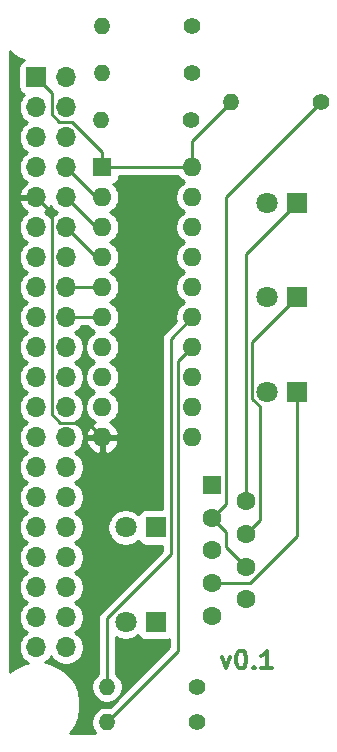
<source format=gtl>
%TF.GenerationSoftware,KiCad,Pcbnew,5.1.9+dfsg1-1*%
%TF.CreationDate,2021-05-30T15:35:39+01:00*%
%TF.ProjectId,sjspi,736a7370-692e-46b6-9963-61645f706362,v0.1*%
%TF.SameCoordinates,Original*%
%TF.FileFunction,Copper,L1,Top*%
%TF.FilePolarity,Positive*%
%FSLAX46Y46*%
G04 Gerber Fmt 4.6, Leading zero omitted, Abs format (unit mm)*
G04 Created by KiCad (PCBNEW 5.1.9+dfsg1-1) date 2021-05-30 15:35:39*
%MOMM*%
%LPD*%
G01*
G04 APERTURE LIST*
%TA.AperFunction,NonConductor*%
%ADD10C,0.300000*%
%TD*%
%TA.AperFunction,ComponentPad*%
%ADD11R,1.800000X1.800000*%
%TD*%
%TA.AperFunction,ComponentPad*%
%ADD12C,1.800000*%
%TD*%
%TA.AperFunction,ComponentPad*%
%ADD13R,1.700000X1.700000*%
%TD*%
%TA.AperFunction,ComponentPad*%
%ADD14O,1.700000X1.700000*%
%TD*%
%TA.AperFunction,ComponentPad*%
%ADD15R,1.600000X1.600000*%
%TD*%
%TA.AperFunction,ComponentPad*%
%ADD16C,1.600000*%
%TD*%
%TA.AperFunction,ComponentPad*%
%ADD17C,1.400000*%
%TD*%
%TA.AperFunction,ComponentPad*%
%ADD18O,1.400000X1.400000*%
%TD*%
%TA.AperFunction,ComponentPad*%
%ADD19O,1.600000X1.600000*%
%TD*%
%TA.AperFunction,Conductor*%
%ADD20C,0.254000*%
%TD*%
%TA.AperFunction,Conductor*%
%ADD21C,0.100000*%
%TD*%
G04 APERTURE END LIST*
D10*
X149107142Y-122428571D02*
X149464285Y-123428571D01*
X149821428Y-122428571D01*
X150678571Y-121928571D02*
X150821428Y-121928571D01*
X150964285Y-122000000D01*
X151035714Y-122071428D01*
X151107142Y-122214285D01*
X151178571Y-122500000D01*
X151178571Y-122857142D01*
X151107142Y-123142857D01*
X151035714Y-123285714D01*
X150964285Y-123357142D01*
X150821428Y-123428571D01*
X150678571Y-123428571D01*
X150535714Y-123357142D01*
X150464285Y-123285714D01*
X150392857Y-123142857D01*
X150321428Y-122857142D01*
X150321428Y-122500000D01*
X150392857Y-122214285D01*
X150464285Y-122071428D01*
X150535714Y-122000000D01*
X150678571Y-121928571D01*
X151821428Y-123285714D02*
X151892857Y-123357142D01*
X151821428Y-123428571D01*
X151750000Y-123357142D01*
X151821428Y-123285714D01*
X151821428Y-123428571D01*
X153321428Y-123428571D02*
X152464285Y-123428571D01*
X152892857Y-123428571D02*
X152892857Y-121928571D01*
X152750000Y-122142857D01*
X152607142Y-122285714D01*
X152464285Y-122357142D01*
D11*
%TO.P,D1,1*%
%TO.N,Net-(D1-Pad1)*%
X155500000Y-84000000D03*
D12*
%TO.P,D1,2*%
%TO.N,Net-(D1-Pad2)*%
X152960000Y-84000000D03*
%TD*%
%TO.P,D2,2*%
%TO.N,Net-(D2-Pad2)*%
X152960000Y-92000000D03*
D11*
%TO.P,D2,1*%
%TO.N,Net-(D2-Pad1)*%
X155500000Y-92000000D03*
%TD*%
%TO.P,D3,1*%
%TO.N,Net-(D3-Pad1)*%
X155500000Y-100000000D03*
D12*
%TO.P,D3,2*%
%TO.N,Net-(D3-Pad2)*%
X152960000Y-100000000D03*
%TD*%
%TO.P,D4,2*%
%TO.N,Net-(D4-Pad2)*%
X140960000Y-119500000D03*
D11*
%TO.P,D4,1*%
%TO.N,Net-(D4-Pad1)*%
X143500000Y-119500000D03*
%TD*%
%TO.P,D5,1*%
%TO.N,Net-(D5-Pad1)*%
X143500000Y-111500000D03*
D12*
%TO.P,D5,2*%
%TO.N,Net-(D5-Pad2)*%
X140960000Y-111500000D03*
%TD*%
D13*
%TO.P,J1,1*%
%TO.N,VCC*%
X133380000Y-73390000D03*
D14*
%TO.P,J1,2*%
%TO.N,Net-(J1-Pad2)*%
X135920000Y-73390000D03*
%TO.P,J1,3*%
%TO.N,Net-(J1-Pad3)*%
X133380000Y-75930000D03*
%TO.P,J1,4*%
%TO.N,Net-(J1-Pad4)*%
X135920000Y-75930000D03*
%TO.P,J1,5*%
%TO.N,Net-(J1-Pad5)*%
X133380000Y-78470000D03*
%TO.P,J1,6*%
%TO.N,Net-(J1-Pad6)*%
X135920000Y-78470000D03*
%TO.P,J1,7*%
%TO.N,Net-(J1-Pad7)*%
X133380000Y-81010000D03*
%TO.P,J1,8*%
%TO.N,Net-(J1-Pad8)*%
X135920000Y-81010000D03*
%TO.P,J1,9*%
%TO.N,GND*%
X133380000Y-83550000D03*
%TO.P,J1,10*%
%TO.N,Net-(J1-Pad10)*%
X135920000Y-83550000D03*
%TO.P,J1,11*%
%TO.N,Net-(J1-Pad11)*%
X133380000Y-86090000D03*
%TO.P,J1,12*%
%TO.N,Net-(J1-Pad12)*%
X135920000Y-86090000D03*
%TO.P,J1,13*%
%TO.N,Net-(J1-Pad13)*%
X133380000Y-88630000D03*
%TO.P,J1,14*%
%TO.N,Net-(J1-Pad14)*%
X135920000Y-88630000D03*
%TO.P,J1,15*%
%TO.N,Net-(J1-Pad15)*%
X133380000Y-91170000D03*
%TO.P,J1,16*%
%TO.N,Net-(J1-Pad16)*%
X135920000Y-91170000D03*
%TO.P,J1,17*%
%TO.N,Net-(J1-Pad17)*%
X133380000Y-93710000D03*
%TO.P,J1,18*%
%TO.N,Net-(J1-Pad18)*%
X135920000Y-93710000D03*
%TO.P,J1,19*%
%TO.N,Net-(J1-Pad19)*%
X133380000Y-96250000D03*
%TO.P,J1,20*%
%TO.N,Net-(J1-Pad20)*%
X135920000Y-96250000D03*
%TO.P,J1,21*%
%TO.N,Net-(J1-Pad21)*%
X133380000Y-98790000D03*
%TO.P,J1,22*%
%TO.N,Net-(J1-Pad22)*%
X135920000Y-98790000D03*
%TO.P,J1,23*%
%TO.N,Net-(J1-Pad23)*%
X133380000Y-101330000D03*
%TO.P,J1,24*%
%TO.N,Net-(J1-Pad24)*%
X135920000Y-101330000D03*
%TO.P,J1,25*%
%TO.N,Net-(J1-Pad25)*%
X133380000Y-103870000D03*
%TO.P,J1,26*%
%TO.N,Net-(J1-Pad26)*%
X135920000Y-103870000D03*
%TO.P,J1,27*%
%TO.N,Net-(J1-Pad27)*%
X133380000Y-106410000D03*
%TO.P,J1,28*%
%TO.N,Net-(J1-Pad28)*%
X135920000Y-106410000D03*
%TO.P,J1,29*%
%TO.N,Net-(J1-Pad29)*%
X133380000Y-108950000D03*
%TO.P,J1,30*%
%TO.N,Net-(J1-Pad30)*%
X135920000Y-108950000D03*
%TO.P,J1,31*%
%TO.N,Net-(J1-Pad31)*%
X133380000Y-111490000D03*
%TO.P,J1,32*%
%TO.N,Net-(J1-Pad32)*%
X135920000Y-111490000D03*
%TO.P,J1,33*%
%TO.N,Net-(J1-Pad33)*%
X133380000Y-114030000D03*
%TO.P,J1,34*%
%TO.N,Net-(J1-Pad34)*%
X135920000Y-114030000D03*
%TO.P,J1,35*%
%TO.N,Net-(J1-Pad35)*%
X133380000Y-116570000D03*
%TO.P,J1,36*%
%TO.N,Net-(J1-Pad36)*%
X135920000Y-116570000D03*
%TO.P,J1,37*%
%TO.N,Net-(J1-Pad37)*%
X133380000Y-119110000D03*
%TO.P,J1,38*%
%TO.N,Net-(J1-Pad38)*%
X135920000Y-119110000D03*
%TO.P,J1,39*%
%TO.N,Net-(J1-Pad39)*%
X133380000Y-121650000D03*
%TO.P,J1,40*%
%TO.N,Net-(J1-Pad40)*%
X135920000Y-121650000D03*
%TD*%
D15*
%TO.P,J2,1*%
%TO.N,Net-(J2-Pad1)*%
X148300000Y-107900000D03*
D16*
%TO.P,J2,2*%
%TO.N,Net-(J2-Pad2)*%
X148300000Y-110670000D03*
%TO.P,J2,3*%
%TO.N,Net-(J2-Pad3)*%
X148300000Y-113440000D03*
%TO.P,J2,4*%
%TO.N,Net-(D3-Pad1)*%
X148300000Y-116210000D03*
%TO.P,J2,5*%
%TO.N,Net-(D5-Pad1)*%
X148300000Y-118980000D03*
%TO.P,J2,6*%
%TO.N,Net-(D1-Pad1)*%
X151140000Y-109285000D03*
%TO.P,J2,7*%
%TO.N,Net-(D2-Pad1)*%
X151140000Y-112055000D03*
%TO.P,J2,8*%
%TO.N,Net-(J2-Pad2)*%
X151140000Y-114825000D03*
%TO.P,J2,9*%
%TO.N,Net-(D4-Pad1)*%
X151140000Y-117595000D03*
%TD*%
D17*
%TO.P,R1,1*%
%TO.N,Net-(D1-Pad2)*%
X146620000Y-69000000D03*
D18*
%TO.P,R1,2*%
%TO.N,Net-(R1-Pad2)*%
X139000000Y-69000000D03*
%TD*%
%TO.P,R2,2*%
%TO.N,Net-(R2-Pad2)*%
X139000000Y-73000000D03*
D17*
%TO.P,R2,1*%
%TO.N,Net-(D2-Pad2)*%
X146620000Y-73000000D03*
%TD*%
%TO.P,R3,1*%
%TO.N,Net-(D3-Pad2)*%
X146500000Y-77000000D03*
D18*
%TO.P,R3,2*%
%TO.N,Net-(R3-Pad2)*%
X138880000Y-77000000D03*
%TD*%
%TO.P,R4,2*%
%TO.N,Net-(R4-Pad2)*%
X139380000Y-125000000D03*
D17*
%TO.P,R4,1*%
%TO.N,Net-(D4-Pad2)*%
X147000000Y-125000000D03*
%TD*%
%TO.P,R5,1*%
%TO.N,Net-(D5-Pad2)*%
X147000000Y-128000000D03*
D18*
%TO.P,R5,2*%
%TO.N,Net-(R5-Pad2)*%
X139380000Y-128000000D03*
%TD*%
%TO.P,R6,2*%
%TO.N,VCC*%
X149880000Y-75500000D03*
D17*
%TO.P,R6,1*%
%TO.N,Net-(J2-Pad2)*%
X157500000Y-75500000D03*
%TD*%
D15*
%TO.P,U1,1*%
%TO.N,VCC*%
X139000000Y-81000000D03*
D19*
%TO.P,U1,11*%
%TO.N,Net-(U1-Pad11)*%
X146620000Y-103860000D03*
%TO.P,U1,2*%
%TO.N,Net-(J1-Pad8)*%
X139000000Y-83540000D03*
%TO.P,U1,12*%
%TO.N,Net-(U1-Pad12)*%
X146620000Y-101320000D03*
%TO.P,U1,3*%
%TO.N,Net-(J1-Pad10)*%
X139000000Y-86080000D03*
%TO.P,U1,13*%
%TO.N,Net-(U1-Pad13)*%
X146620000Y-98780000D03*
%TO.P,U1,4*%
%TO.N,Net-(J1-Pad12)*%
X139000000Y-88620000D03*
%TO.P,U1,14*%
%TO.N,Net-(R5-Pad2)*%
X146620000Y-96240000D03*
%TO.P,U1,5*%
%TO.N,Net-(J1-Pad16)*%
X139000000Y-91160000D03*
%TO.P,U1,15*%
%TO.N,Net-(R4-Pad2)*%
X146620000Y-93700000D03*
%TO.P,U1,6*%
%TO.N,Net-(J1-Pad18)*%
X139000000Y-93700000D03*
%TO.P,U1,16*%
%TO.N,Net-(R3-Pad2)*%
X146620000Y-91160000D03*
%TO.P,U1,7*%
%TO.N,Net-(U1-Pad7)*%
X139000000Y-96240000D03*
%TO.P,U1,17*%
%TO.N,Net-(R2-Pad2)*%
X146620000Y-88620000D03*
%TO.P,U1,8*%
%TO.N,Net-(U1-Pad8)*%
X139000000Y-98780000D03*
%TO.P,U1,18*%
%TO.N,Net-(R1-Pad2)*%
X146620000Y-86080000D03*
%TO.P,U1,9*%
%TO.N,Net-(U1-Pad9)*%
X139000000Y-101320000D03*
%TO.P,U1,19*%
%TO.N,Net-(U1-Pad19)*%
X146620000Y-83540000D03*
%TO.P,U1,10*%
%TO.N,GND*%
X139000000Y-103860000D03*
%TO.P,U1,20*%
%TO.N,VCC*%
X146620000Y-81000000D03*
%TD*%
D20*
%TO.N,Net-(D1-Pad1)*%
X151140000Y-88360000D02*
X155500000Y-84000000D01*
X151140000Y-109285000D02*
X151140000Y-88360000D01*
%TO.N,Net-(D2-Pad1)*%
X151678999Y-95821001D02*
X155500000Y-92000000D01*
X151678999Y-100614881D02*
X151678999Y-95821001D01*
X152321001Y-101256883D02*
X151678999Y-100614881D01*
X152321001Y-110873999D02*
X152321001Y-101256883D01*
X151140000Y-112055000D02*
X152321001Y-110873999D01*
%TO.N,Net-(D3-Pad1)*%
X155500000Y-112212882D02*
X155500000Y-100000000D01*
X151502882Y-116210000D02*
X155500000Y-112212882D01*
X148300000Y-116210000D02*
X151502882Y-116210000D01*
%TO.N,VCC*%
X139000000Y-79728118D02*
X139000000Y-81000000D01*
X135329119Y-77161001D02*
X136432883Y-77161001D01*
X134688999Y-76520881D02*
X135329119Y-77161001D01*
X134688999Y-74698999D02*
X134688999Y-76520881D01*
X136432883Y-77161001D02*
X139000000Y-79728118D01*
X133380000Y-73390000D02*
X134688999Y-74698999D01*
X139000000Y-81000000D02*
X146620000Y-81000000D01*
X146620000Y-78760000D02*
X149880000Y-75500000D01*
X146620000Y-81000000D02*
X146620000Y-78760000D01*
%TO.N,Net-(J1-Pad8)*%
X138450000Y-83540000D02*
X139000000Y-83540000D01*
X135920000Y-81010000D02*
X138450000Y-83540000D01*
%TO.N,GND*%
X137778999Y-102638999D02*
X139000000Y-103860000D01*
X135407117Y-102638999D02*
X137778999Y-102638999D01*
X134688999Y-101920881D02*
X135407117Y-102638999D01*
X134688999Y-84858999D02*
X134688999Y-101920881D01*
X133380000Y-83550000D02*
X134688999Y-84858999D01*
%TO.N,Net-(J1-Pad10)*%
X138450000Y-86080000D02*
X139000000Y-86080000D01*
X135920000Y-83550000D02*
X138450000Y-86080000D01*
%TO.N,Net-(J1-Pad12)*%
X138450000Y-88620000D02*
X139000000Y-88620000D01*
X135920000Y-86090000D02*
X138450000Y-88620000D01*
%TO.N,Net-(J1-Pad16)*%
X138990000Y-91170000D02*
X139000000Y-91160000D01*
X135920000Y-91170000D02*
X138990000Y-91170000D01*
%TO.N,Net-(J1-Pad18)*%
X138990000Y-93710000D02*
X139000000Y-93700000D01*
X135920000Y-93710000D02*
X138990000Y-93710000D01*
%TO.N,Net-(J2-Pad2)*%
X149481001Y-83518999D02*
X157500000Y-75500000D01*
X149481001Y-109488999D02*
X149481001Y-83518999D01*
X148300000Y-110670000D02*
X149481001Y-109488999D01*
X149481001Y-113166001D02*
X151140000Y-114825000D01*
X149481001Y-111851001D02*
X149481001Y-113166001D01*
X148300000Y-110670000D02*
X149481001Y-111851001D01*
%TO.N,Net-(R4-Pad2)*%
X139380000Y-119184118D02*
X139380000Y-125000000D01*
X144781001Y-113783117D02*
X139380000Y-119184118D01*
X144781001Y-95538999D02*
X144781001Y-113783117D01*
X146620000Y-93700000D02*
X144781001Y-95538999D01*
%TO.N,Net-(R5-Pad2)*%
X145438999Y-121941001D02*
X139380000Y-128000000D01*
X145438999Y-97421001D02*
X145438999Y-121941001D01*
X146620000Y-96240000D02*
X145438999Y-97421001D01*
%TD*%
%TO.N,GND*%
X145505363Y-81914759D02*
X145705241Y-82114637D01*
X145937759Y-82270000D01*
X145705241Y-82425363D01*
X145505363Y-82625241D01*
X145348320Y-82860273D01*
X145240147Y-83121426D01*
X145185000Y-83398665D01*
X145185000Y-83681335D01*
X145240147Y-83958574D01*
X145348320Y-84219727D01*
X145505363Y-84454759D01*
X145705241Y-84654637D01*
X145937759Y-84810000D01*
X145705241Y-84965363D01*
X145505363Y-85165241D01*
X145348320Y-85400273D01*
X145240147Y-85661426D01*
X145185000Y-85938665D01*
X145185000Y-86221335D01*
X145240147Y-86498574D01*
X145348320Y-86759727D01*
X145505363Y-86994759D01*
X145705241Y-87194637D01*
X145937759Y-87350000D01*
X145705241Y-87505363D01*
X145505363Y-87705241D01*
X145348320Y-87940273D01*
X145240147Y-88201426D01*
X145185000Y-88478665D01*
X145185000Y-88761335D01*
X145240147Y-89038574D01*
X145348320Y-89299727D01*
X145505363Y-89534759D01*
X145705241Y-89734637D01*
X145937759Y-89890000D01*
X145705241Y-90045363D01*
X145505363Y-90245241D01*
X145348320Y-90480273D01*
X145240147Y-90741426D01*
X145185000Y-91018665D01*
X145185000Y-91301335D01*
X145240147Y-91578574D01*
X145348320Y-91839727D01*
X145505363Y-92074759D01*
X145705241Y-92274637D01*
X145937759Y-92430000D01*
X145705241Y-92585363D01*
X145505363Y-92785241D01*
X145348320Y-93020273D01*
X145240147Y-93281426D01*
X145185000Y-93558665D01*
X145185000Y-93841335D01*
X145220843Y-94021527D01*
X144268655Y-94973715D01*
X144239579Y-94997577D01*
X144192195Y-95055315D01*
X144144356Y-95113607D01*
X144106540Y-95184356D01*
X144073599Y-95245985D01*
X144030027Y-95389622D01*
X144021686Y-95474314D01*
X144015315Y-95538999D01*
X144019001Y-95576422D01*
X144019002Y-109961928D01*
X142600000Y-109961928D01*
X142475518Y-109974188D01*
X142355820Y-110010498D01*
X142245506Y-110069463D01*
X142148815Y-110148815D01*
X142069463Y-110245506D01*
X142010498Y-110355820D01*
X142004944Y-110374127D01*
X141938505Y-110307688D01*
X141687095Y-110139701D01*
X141407743Y-110023989D01*
X141111184Y-109965000D01*
X140808816Y-109965000D01*
X140512257Y-110023989D01*
X140232905Y-110139701D01*
X139981495Y-110307688D01*
X139767688Y-110521495D01*
X139599701Y-110772905D01*
X139483989Y-111052257D01*
X139425000Y-111348816D01*
X139425000Y-111651184D01*
X139483989Y-111947743D01*
X139599701Y-112227095D01*
X139767688Y-112478505D01*
X139981495Y-112692312D01*
X140232905Y-112860299D01*
X140512257Y-112976011D01*
X140808816Y-113035000D01*
X141111184Y-113035000D01*
X141407743Y-112976011D01*
X141687095Y-112860299D01*
X141938505Y-112692312D01*
X142004944Y-112625873D01*
X142010498Y-112644180D01*
X142069463Y-112754494D01*
X142148815Y-112851185D01*
X142245506Y-112930537D01*
X142355820Y-112989502D01*
X142475518Y-113025812D01*
X142600000Y-113038072D01*
X144019002Y-113038072D01*
X144019002Y-113467485D01*
X138867654Y-118618834D01*
X138838578Y-118642696D01*
X138783642Y-118709637D01*
X138743355Y-118758726D01*
X138705535Y-118829483D01*
X138672598Y-118891104D01*
X138629026Y-119034741D01*
X138618000Y-119146692D01*
X138614314Y-119184118D01*
X138618000Y-119221541D01*
X138618001Y-123903561D01*
X138528987Y-123963038D01*
X138343038Y-124148987D01*
X138196939Y-124367641D01*
X138096304Y-124610595D01*
X138045000Y-124868514D01*
X138045000Y-125131486D01*
X138096304Y-125389405D01*
X138196939Y-125632359D01*
X138343038Y-125851013D01*
X138528987Y-126036962D01*
X138747641Y-126183061D01*
X138990595Y-126283696D01*
X139248514Y-126335000D01*
X139511486Y-126335000D01*
X139769405Y-126283696D01*
X140012359Y-126183061D01*
X140231013Y-126036962D01*
X140416962Y-125851013D01*
X140563061Y-125632359D01*
X140663696Y-125389405D01*
X140715000Y-125131486D01*
X140715000Y-124868514D01*
X140663696Y-124610595D01*
X140563061Y-124367641D01*
X140416962Y-124148987D01*
X140231013Y-123963038D01*
X140142000Y-123903562D01*
X140142000Y-120799558D01*
X140232905Y-120860299D01*
X140512257Y-120976011D01*
X140808816Y-121035000D01*
X141111184Y-121035000D01*
X141407743Y-120976011D01*
X141687095Y-120860299D01*
X141938505Y-120692312D01*
X142004944Y-120625873D01*
X142010498Y-120644180D01*
X142069463Y-120754494D01*
X142148815Y-120851185D01*
X142245506Y-120930537D01*
X142355820Y-120989502D01*
X142475518Y-121025812D01*
X142600000Y-121038072D01*
X144400000Y-121038072D01*
X144524482Y-121025812D01*
X144644180Y-120989502D01*
X144677000Y-120971959D01*
X144677000Y-121625370D01*
X139616484Y-126685886D01*
X139511486Y-126665000D01*
X139248514Y-126665000D01*
X138990595Y-126716304D01*
X138747641Y-126816939D01*
X138528987Y-126963038D01*
X138343038Y-127148987D01*
X138196939Y-127367641D01*
X138096304Y-127610595D01*
X138045000Y-127868514D01*
X138045000Y-128131486D01*
X138096304Y-128389405D01*
X138196939Y-128632359D01*
X138343038Y-128851013D01*
X138357025Y-128865000D01*
X136279060Y-128865000D01*
X136325353Y-128818707D01*
X136723422Y-128222955D01*
X136997617Y-127560990D01*
X137137400Y-126858253D01*
X137137400Y-126141747D01*
X136997617Y-125439010D01*
X136723422Y-124777045D01*
X136325353Y-124181293D01*
X135818707Y-123674647D01*
X135222955Y-123276578D01*
X134560990Y-123002383D01*
X134150997Y-122920830D01*
X134326632Y-122803475D01*
X134533475Y-122596632D01*
X134650000Y-122422240D01*
X134766525Y-122596632D01*
X134973368Y-122803475D01*
X135216589Y-122965990D01*
X135486842Y-123077932D01*
X135773740Y-123135000D01*
X136066260Y-123135000D01*
X136353158Y-123077932D01*
X136623411Y-122965990D01*
X136866632Y-122803475D01*
X137073475Y-122596632D01*
X137235990Y-122353411D01*
X137347932Y-122083158D01*
X137405000Y-121796260D01*
X137405000Y-121503740D01*
X137347932Y-121216842D01*
X137235990Y-120946589D01*
X137073475Y-120703368D01*
X136866632Y-120496525D01*
X136692240Y-120380000D01*
X136866632Y-120263475D01*
X137073475Y-120056632D01*
X137235990Y-119813411D01*
X137347932Y-119543158D01*
X137405000Y-119256260D01*
X137405000Y-118963740D01*
X137347932Y-118676842D01*
X137235990Y-118406589D01*
X137073475Y-118163368D01*
X136866632Y-117956525D01*
X136692240Y-117840000D01*
X136866632Y-117723475D01*
X137073475Y-117516632D01*
X137235990Y-117273411D01*
X137347932Y-117003158D01*
X137405000Y-116716260D01*
X137405000Y-116423740D01*
X137347932Y-116136842D01*
X137235990Y-115866589D01*
X137073475Y-115623368D01*
X136866632Y-115416525D01*
X136692240Y-115300000D01*
X136866632Y-115183475D01*
X137073475Y-114976632D01*
X137235990Y-114733411D01*
X137347932Y-114463158D01*
X137405000Y-114176260D01*
X137405000Y-113883740D01*
X137347932Y-113596842D01*
X137235990Y-113326589D01*
X137073475Y-113083368D01*
X136866632Y-112876525D01*
X136692240Y-112760000D01*
X136866632Y-112643475D01*
X137073475Y-112436632D01*
X137235990Y-112193411D01*
X137347932Y-111923158D01*
X137405000Y-111636260D01*
X137405000Y-111343740D01*
X137347932Y-111056842D01*
X137235990Y-110786589D01*
X137073475Y-110543368D01*
X136866632Y-110336525D01*
X136692240Y-110220000D01*
X136866632Y-110103475D01*
X137073475Y-109896632D01*
X137235990Y-109653411D01*
X137347932Y-109383158D01*
X137405000Y-109096260D01*
X137405000Y-108803740D01*
X137347932Y-108516842D01*
X137235990Y-108246589D01*
X137073475Y-108003368D01*
X136866632Y-107796525D01*
X136692240Y-107680000D01*
X136866632Y-107563475D01*
X137073475Y-107356632D01*
X137235990Y-107113411D01*
X137347932Y-106843158D01*
X137405000Y-106556260D01*
X137405000Y-106263740D01*
X137347932Y-105976842D01*
X137235990Y-105706589D01*
X137073475Y-105463368D01*
X136866632Y-105256525D01*
X136692240Y-105140000D01*
X136866632Y-105023475D01*
X137073475Y-104816632D01*
X137235990Y-104573411D01*
X137347932Y-104303158D01*
X137366653Y-104209039D01*
X137608096Y-104209039D01*
X137648754Y-104343087D01*
X137768963Y-104597420D01*
X137936481Y-104823414D01*
X138144869Y-105012385D01*
X138386119Y-105157070D01*
X138650960Y-105251909D01*
X138873000Y-105130624D01*
X138873000Y-103987000D01*
X139127000Y-103987000D01*
X139127000Y-105130624D01*
X139349040Y-105251909D01*
X139613881Y-105157070D01*
X139855131Y-105012385D01*
X140063519Y-104823414D01*
X140231037Y-104597420D01*
X140351246Y-104343087D01*
X140391904Y-104209039D01*
X140269915Y-103987000D01*
X139127000Y-103987000D01*
X138873000Y-103987000D01*
X137730085Y-103987000D01*
X137608096Y-104209039D01*
X137366653Y-104209039D01*
X137405000Y-104016260D01*
X137405000Y-103723740D01*
X137347932Y-103436842D01*
X137235990Y-103166589D01*
X137073475Y-102923368D01*
X136866632Y-102716525D01*
X136692240Y-102600000D01*
X136866632Y-102483475D01*
X137073475Y-102276632D01*
X137235990Y-102033411D01*
X137347932Y-101763158D01*
X137405000Y-101476260D01*
X137405000Y-101183740D01*
X137347932Y-100896842D01*
X137235990Y-100626589D01*
X137073475Y-100383368D01*
X136866632Y-100176525D01*
X136692240Y-100060000D01*
X136866632Y-99943475D01*
X137073475Y-99736632D01*
X137235990Y-99493411D01*
X137347932Y-99223158D01*
X137405000Y-98936260D01*
X137405000Y-98643740D01*
X137347932Y-98356842D01*
X137235990Y-98086589D01*
X137073475Y-97843368D01*
X136866632Y-97636525D01*
X136692240Y-97520000D01*
X136866632Y-97403475D01*
X137073475Y-97196632D01*
X137235990Y-96953411D01*
X137347932Y-96683158D01*
X137405000Y-96396260D01*
X137405000Y-96103740D01*
X137347932Y-95816842D01*
X137235990Y-95546589D01*
X137073475Y-95303368D01*
X136866632Y-95096525D01*
X136692240Y-94980000D01*
X136866632Y-94863475D01*
X137073475Y-94656632D01*
X137196842Y-94472000D01*
X137789975Y-94472000D01*
X137885363Y-94614759D01*
X138085241Y-94814637D01*
X138317759Y-94970000D01*
X138085241Y-95125363D01*
X137885363Y-95325241D01*
X137728320Y-95560273D01*
X137620147Y-95821426D01*
X137565000Y-96098665D01*
X137565000Y-96381335D01*
X137620147Y-96658574D01*
X137728320Y-96919727D01*
X137885363Y-97154759D01*
X138085241Y-97354637D01*
X138317759Y-97510000D01*
X138085241Y-97665363D01*
X137885363Y-97865241D01*
X137728320Y-98100273D01*
X137620147Y-98361426D01*
X137565000Y-98638665D01*
X137565000Y-98921335D01*
X137620147Y-99198574D01*
X137728320Y-99459727D01*
X137885363Y-99694759D01*
X138085241Y-99894637D01*
X138317759Y-100050000D01*
X138085241Y-100205363D01*
X137885363Y-100405241D01*
X137728320Y-100640273D01*
X137620147Y-100901426D01*
X137565000Y-101178665D01*
X137565000Y-101461335D01*
X137620147Y-101738574D01*
X137728320Y-101999727D01*
X137885363Y-102234759D01*
X138085241Y-102434637D01*
X138320273Y-102591680D01*
X138330865Y-102596067D01*
X138144869Y-102707615D01*
X137936481Y-102896586D01*
X137768963Y-103122580D01*
X137648754Y-103376913D01*
X137608096Y-103510961D01*
X137730085Y-103733000D01*
X138873000Y-103733000D01*
X138873000Y-103713000D01*
X139127000Y-103713000D01*
X139127000Y-103733000D01*
X140269915Y-103733000D01*
X140391904Y-103510961D01*
X140351246Y-103376913D01*
X140231037Y-103122580D01*
X140063519Y-102896586D01*
X139855131Y-102707615D01*
X139669135Y-102596067D01*
X139679727Y-102591680D01*
X139914759Y-102434637D01*
X140114637Y-102234759D01*
X140271680Y-101999727D01*
X140379853Y-101738574D01*
X140435000Y-101461335D01*
X140435000Y-101178665D01*
X140379853Y-100901426D01*
X140271680Y-100640273D01*
X140114637Y-100405241D01*
X139914759Y-100205363D01*
X139682241Y-100050000D01*
X139914759Y-99894637D01*
X140114637Y-99694759D01*
X140271680Y-99459727D01*
X140379853Y-99198574D01*
X140435000Y-98921335D01*
X140435000Y-98638665D01*
X140379853Y-98361426D01*
X140271680Y-98100273D01*
X140114637Y-97865241D01*
X139914759Y-97665363D01*
X139682241Y-97510000D01*
X139914759Y-97354637D01*
X140114637Y-97154759D01*
X140271680Y-96919727D01*
X140379853Y-96658574D01*
X140435000Y-96381335D01*
X140435000Y-96098665D01*
X140379853Y-95821426D01*
X140271680Y-95560273D01*
X140114637Y-95325241D01*
X139914759Y-95125363D01*
X139682241Y-94970000D01*
X139914759Y-94814637D01*
X140114637Y-94614759D01*
X140271680Y-94379727D01*
X140379853Y-94118574D01*
X140435000Y-93841335D01*
X140435000Y-93558665D01*
X140379853Y-93281426D01*
X140271680Y-93020273D01*
X140114637Y-92785241D01*
X139914759Y-92585363D01*
X139682241Y-92430000D01*
X139914759Y-92274637D01*
X140114637Y-92074759D01*
X140271680Y-91839727D01*
X140379853Y-91578574D01*
X140435000Y-91301335D01*
X140435000Y-91018665D01*
X140379853Y-90741426D01*
X140271680Y-90480273D01*
X140114637Y-90245241D01*
X139914759Y-90045363D01*
X139682241Y-89890000D01*
X139914759Y-89734637D01*
X140114637Y-89534759D01*
X140271680Y-89299727D01*
X140379853Y-89038574D01*
X140435000Y-88761335D01*
X140435000Y-88478665D01*
X140379853Y-88201426D01*
X140271680Y-87940273D01*
X140114637Y-87705241D01*
X139914759Y-87505363D01*
X139682241Y-87350000D01*
X139914759Y-87194637D01*
X140114637Y-86994759D01*
X140271680Y-86759727D01*
X140379853Y-86498574D01*
X140435000Y-86221335D01*
X140435000Y-85938665D01*
X140379853Y-85661426D01*
X140271680Y-85400273D01*
X140114637Y-85165241D01*
X139914759Y-84965363D01*
X139682241Y-84810000D01*
X139914759Y-84654637D01*
X140114637Y-84454759D01*
X140271680Y-84219727D01*
X140379853Y-83958574D01*
X140435000Y-83681335D01*
X140435000Y-83398665D01*
X140379853Y-83121426D01*
X140271680Y-82860273D01*
X140114637Y-82625241D01*
X139916039Y-82426643D01*
X139924482Y-82425812D01*
X140044180Y-82389502D01*
X140154494Y-82330537D01*
X140251185Y-82251185D01*
X140330537Y-82154494D01*
X140389502Y-82044180D01*
X140425812Y-81924482D01*
X140438072Y-81800000D01*
X140438072Y-81762000D01*
X145403293Y-81762000D01*
X145505363Y-81914759D01*
%TA.AperFunction,Conductor*%
D21*
G36*
X145505363Y-81914759D02*
G01*
X145705241Y-82114637D01*
X145937759Y-82270000D01*
X145705241Y-82425363D01*
X145505363Y-82625241D01*
X145348320Y-82860273D01*
X145240147Y-83121426D01*
X145185000Y-83398665D01*
X145185000Y-83681335D01*
X145240147Y-83958574D01*
X145348320Y-84219727D01*
X145505363Y-84454759D01*
X145705241Y-84654637D01*
X145937759Y-84810000D01*
X145705241Y-84965363D01*
X145505363Y-85165241D01*
X145348320Y-85400273D01*
X145240147Y-85661426D01*
X145185000Y-85938665D01*
X145185000Y-86221335D01*
X145240147Y-86498574D01*
X145348320Y-86759727D01*
X145505363Y-86994759D01*
X145705241Y-87194637D01*
X145937759Y-87350000D01*
X145705241Y-87505363D01*
X145505363Y-87705241D01*
X145348320Y-87940273D01*
X145240147Y-88201426D01*
X145185000Y-88478665D01*
X145185000Y-88761335D01*
X145240147Y-89038574D01*
X145348320Y-89299727D01*
X145505363Y-89534759D01*
X145705241Y-89734637D01*
X145937759Y-89890000D01*
X145705241Y-90045363D01*
X145505363Y-90245241D01*
X145348320Y-90480273D01*
X145240147Y-90741426D01*
X145185000Y-91018665D01*
X145185000Y-91301335D01*
X145240147Y-91578574D01*
X145348320Y-91839727D01*
X145505363Y-92074759D01*
X145705241Y-92274637D01*
X145937759Y-92430000D01*
X145705241Y-92585363D01*
X145505363Y-92785241D01*
X145348320Y-93020273D01*
X145240147Y-93281426D01*
X145185000Y-93558665D01*
X145185000Y-93841335D01*
X145220843Y-94021527D01*
X144268655Y-94973715D01*
X144239579Y-94997577D01*
X144192195Y-95055315D01*
X144144356Y-95113607D01*
X144106540Y-95184356D01*
X144073599Y-95245985D01*
X144030027Y-95389622D01*
X144021686Y-95474314D01*
X144015315Y-95538999D01*
X144019001Y-95576422D01*
X144019002Y-109961928D01*
X142600000Y-109961928D01*
X142475518Y-109974188D01*
X142355820Y-110010498D01*
X142245506Y-110069463D01*
X142148815Y-110148815D01*
X142069463Y-110245506D01*
X142010498Y-110355820D01*
X142004944Y-110374127D01*
X141938505Y-110307688D01*
X141687095Y-110139701D01*
X141407743Y-110023989D01*
X141111184Y-109965000D01*
X140808816Y-109965000D01*
X140512257Y-110023989D01*
X140232905Y-110139701D01*
X139981495Y-110307688D01*
X139767688Y-110521495D01*
X139599701Y-110772905D01*
X139483989Y-111052257D01*
X139425000Y-111348816D01*
X139425000Y-111651184D01*
X139483989Y-111947743D01*
X139599701Y-112227095D01*
X139767688Y-112478505D01*
X139981495Y-112692312D01*
X140232905Y-112860299D01*
X140512257Y-112976011D01*
X140808816Y-113035000D01*
X141111184Y-113035000D01*
X141407743Y-112976011D01*
X141687095Y-112860299D01*
X141938505Y-112692312D01*
X142004944Y-112625873D01*
X142010498Y-112644180D01*
X142069463Y-112754494D01*
X142148815Y-112851185D01*
X142245506Y-112930537D01*
X142355820Y-112989502D01*
X142475518Y-113025812D01*
X142600000Y-113038072D01*
X144019002Y-113038072D01*
X144019002Y-113467485D01*
X138867654Y-118618834D01*
X138838578Y-118642696D01*
X138783642Y-118709637D01*
X138743355Y-118758726D01*
X138705535Y-118829483D01*
X138672598Y-118891104D01*
X138629026Y-119034741D01*
X138618000Y-119146692D01*
X138614314Y-119184118D01*
X138618000Y-119221541D01*
X138618001Y-123903561D01*
X138528987Y-123963038D01*
X138343038Y-124148987D01*
X138196939Y-124367641D01*
X138096304Y-124610595D01*
X138045000Y-124868514D01*
X138045000Y-125131486D01*
X138096304Y-125389405D01*
X138196939Y-125632359D01*
X138343038Y-125851013D01*
X138528987Y-126036962D01*
X138747641Y-126183061D01*
X138990595Y-126283696D01*
X139248514Y-126335000D01*
X139511486Y-126335000D01*
X139769405Y-126283696D01*
X140012359Y-126183061D01*
X140231013Y-126036962D01*
X140416962Y-125851013D01*
X140563061Y-125632359D01*
X140663696Y-125389405D01*
X140715000Y-125131486D01*
X140715000Y-124868514D01*
X140663696Y-124610595D01*
X140563061Y-124367641D01*
X140416962Y-124148987D01*
X140231013Y-123963038D01*
X140142000Y-123903562D01*
X140142000Y-120799558D01*
X140232905Y-120860299D01*
X140512257Y-120976011D01*
X140808816Y-121035000D01*
X141111184Y-121035000D01*
X141407743Y-120976011D01*
X141687095Y-120860299D01*
X141938505Y-120692312D01*
X142004944Y-120625873D01*
X142010498Y-120644180D01*
X142069463Y-120754494D01*
X142148815Y-120851185D01*
X142245506Y-120930537D01*
X142355820Y-120989502D01*
X142475518Y-121025812D01*
X142600000Y-121038072D01*
X144400000Y-121038072D01*
X144524482Y-121025812D01*
X144644180Y-120989502D01*
X144677000Y-120971959D01*
X144677000Y-121625370D01*
X139616484Y-126685886D01*
X139511486Y-126665000D01*
X139248514Y-126665000D01*
X138990595Y-126716304D01*
X138747641Y-126816939D01*
X138528987Y-126963038D01*
X138343038Y-127148987D01*
X138196939Y-127367641D01*
X138096304Y-127610595D01*
X138045000Y-127868514D01*
X138045000Y-128131486D01*
X138096304Y-128389405D01*
X138196939Y-128632359D01*
X138343038Y-128851013D01*
X138357025Y-128865000D01*
X136279060Y-128865000D01*
X136325353Y-128818707D01*
X136723422Y-128222955D01*
X136997617Y-127560990D01*
X137137400Y-126858253D01*
X137137400Y-126141747D01*
X136997617Y-125439010D01*
X136723422Y-124777045D01*
X136325353Y-124181293D01*
X135818707Y-123674647D01*
X135222955Y-123276578D01*
X134560990Y-123002383D01*
X134150997Y-122920830D01*
X134326632Y-122803475D01*
X134533475Y-122596632D01*
X134650000Y-122422240D01*
X134766525Y-122596632D01*
X134973368Y-122803475D01*
X135216589Y-122965990D01*
X135486842Y-123077932D01*
X135773740Y-123135000D01*
X136066260Y-123135000D01*
X136353158Y-123077932D01*
X136623411Y-122965990D01*
X136866632Y-122803475D01*
X137073475Y-122596632D01*
X137235990Y-122353411D01*
X137347932Y-122083158D01*
X137405000Y-121796260D01*
X137405000Y-121503740D01*
X137347932Y-121216842D01*
X137235990Y-120946589D01*
X137073475Y-120703368D01*
X136866632Y-120496525D01*
X136692240Y-120380000D01*
X136866632Y-120263475D01*
X137073475Y-120056632D01*
X137235990Y-119813411D01*
X137347932Y-119543158D01*
X137405000Y-119256260D01*
X137405000Y-118963740D01*
X137347932Y-118676842D01*
X137235990Y-118406589D01*
X137073475Y-118163368D01*
X136866632Y-117956525D01*
X136692240Y-117840000D01*
X136866632Y-117723475D01*
X137073475Y-117516632D01*
X137235990Y-117273411D01*
X137347932Y-117003158D01*
X137405000Y-116716260D01*
X137405000Y-116423740D01*
X137347932Y-116136842D01*
X137235990Y-115866589D01*
X137073475Y-115623368D01*
X136866632Y-115416525D01*
X136692240Y-115300000D01*
X136866632Y-115183475D01*
X137073475Y-114976632D01*
X137235990Y-114733411D01*
X137347932Y-114463158D01*
X137405000Y-114176260D01*
X137405000Y-113883740D01*
X137347932Y-113596842D01*
X137235990Y-113326589D01*
X137073475Y-113083368D01*
X136866632Y-112876525D01*
X136692240Y-112760000D01*
X136866632Y-112643475D01*
X137073475Y-112436632D01*
X137235990Y-112193411D01*
X137347932Y-111923158D01*
X137405000Y-111636260D01*
X137405000Y-111343740D01*
X137347932Y-111056842D01*
X137235990Y-110786589D01*
X137073475Y-110543368D01*
X136866632Y-110336525D01*
X136692240Y-110220000D01*
X136866632Y-110103475D01*
X137073475Y-109896632D01*
X137235990Y-109653411D01*
X137347932Y-109383158D01*
X137405000Y-109096260D01*
X137405000Y-108803740D01*
X137347932Y-108516842D01*
X137235990Y-108246589D01*
X137073475Y-108003368D01*
X136866632Y-107796525D01*
X136692240Y-107680000D01*
X136866632Y-107563475D01*
X137073475Y-107356632D01*
X137235990Y-107113411D01*
X137347932Y-106843158D01*
X137405000Y-106556260D01*
X137405000Y-106263740D01*
X137347932Y-105976842D01*
X137235990Y-105706589D01*
X137073475Y-105463368D01*
X136866632Y-105256525D01*
X136692240Y-105140000D01*
X136866632Y-105023475D01*
X137073475Y-104816632D01*
X137235990Y-104573411D01*
X137347932Y-104303158D01*
X137366653Y-104209039D01*
X137608096Y-104209039D01*
X137648754Y-104343087D01*
X137768963Y-104597420D01*
X137936481Y-104823414D01*
X138144869Y-105012385D01*
X138386119Y-105157070D01*
X138650960Y-105251909D01*
X138873000Y-105130624D01*
X138873000Y-103987000D01*
X139127000Y-103987000D01*
X139127000Y-105130624D01*
X139349040Y-105251909D01*
X139613881Y-105157070D01*
X139855131Y-105012385D01*
X140063519Y-104823414D01*
X140231037Y-104597420D01*
X140351246Y-104343087D01*
X140391904Y-104209039D01*
X140269915Y-103987000D01*
X139127000Y-103987000D01*
X138873000Y-103987000D01*
X137730085Y-103987000D01*
X137608096Y-104209039D01*
X137366653Y-104209039D01*
X137405000Y-104016260D01*
X137405000Y-103723740D01*
X137347932Y-103436842D01*
X137235990Y-103166589D01*
X137073475Y-102923368D01*
X136866632Y-102716525D01*
X136692240Y-102600000D01*
X136866632Y-102483475D01*
X137073475Y-102276632D01*
X137235990Y-102033411D01*
X137347932Y-101763158D01*
X137405000Y-101476260D01*
X137405000Y-101183740D01*
X137347932Y-100896842D01*
X137235990Y-100626589D01*
X137073475Y-100383368D01*
X136866632Y-100176525D01*
X136692240Y-100060000D01*
X136866632Y-99943475D01*
X137073475Y-99736632D01*
X137235990Y-99493411D01*
X137347932Y-99223158D01*
X137405000Y-98936260D01*
X137405000Y-98643740D01*
X137347932Y-98356842D01*
X137235990Y-98086589D01*
X137073475Y-97843368D01*
X136866632Y-97636525D01*
X136692240Y-97520000D01*
X136866632Y-97403475D01*
X137073475Y-97196632D01*
X137235990Y-96953411D01*
X137347932Y-96683158D01*
X137405000Y-96396260D01*
X137405000Y-96103740D01*
X137347932Y-95816842D01*
X137235990Y-95546589D01*
X137073475Y-95303368D01*
X136866632Y-95096525D01*
X136692240Y-94980000D01*
X136866632Y-94863475D01*
X137073475Y-94656632D01*
X137196842Y-94472000D01*
X137789975Y-94472000D01*
X137885363Y-94614759D01*
X138085241Y-94814637D01*
X138317759Y-94970000D01*
X138085241Y-95125363D01*
X137885363Y-95325241D01*
X137728320Y-95560273D01*
X137620147Y-95821426D01*
X137565000Y-96098665D01*
X137565000Y-96381335D01*
X137620147Y-96658574D01*
X137728320Y-96919727D01*
X137885363Y-97154759D01*
X138085241Y-97354637D01*
X138317759Y-97510000D01*
X138085241Y-97665363D01*
X137885363Y-97865241D01*
X137728320Y-98100273D01*
X137620147Y-98361426D01*
X137565000Y-98638665D01*
X137565000Y-98921335D01*
X137620147Y-99198574D01*
X137728320Y-99459727D01*
X137885363Y-99694759D01*
X138085241Y-99894637D01*
X138317759Y-100050000D01*
X138085241Y-100205363D01*
X137885363Y-100405241D01*
X137728320Y-100640273D01*
X137620147Y-100901426D01*
X137565000Y-101178665D01*
X137565000Y-101461335D01*
X137620147Y-101738574D01*
X137728320Y-101999727D01*
X137885363Y-102234759D01*
X138085241Y-102434637D01*
X138320273Y-102591680D01*
X138330865Y-102596067D01*
X138144869Y-102707615D01*
X137936481Y-102896586D01*
X137768963Y-103122580D01*
X137648754Y-103376913D01*
X137608096Y-103510961D01*
X137730085Y-103733000D01*
X138873000Y-103733000D01*
X138873000Y-103713000D01*
X139127000Y-103713000D01*
X139127000Y-103733000D01*
X140269915Y-103733000D01*
X140391904Y-103510961D01*
X140351246Y-103376913D01*
X140231037Y-103122580D01*
X140063519Y-102896586D01*
X139855131Y-102707615D01*
X139669135Y-102596067D01*
X139679727Y-102591680D01*
X139914759Y-102434637D01*
X140114637Y-102234759D01*
X140271680Y-101999727D01*
X140379853Y-101738574D01*
X140435000Y-101461335D01*
X140435000Y-101178665D01*
X140379853Y-100901426D01*
X140271680Y-100640273D01*
X140114637Y-100405241D01*
X139914759Y-100205363D01*
X139682241Y-100050000D01*
X139914759Y-99894637D01*
X140114637Y-99694759D01*
X140271680Y-99459727D01*
X140379853Y-99198574D01*
X140435000Y-98921335D01*
X140435000Y-98638665D01*
X140379853Y-98361426D01*
X140271680Y-98100273D01*
X140114637Y-97865241D01*
X139914759Y-97665363D01*
X139682241Y-97510000D01*
X139914759Y-97354637D01*
X140114637Y-97154759D01*
X140271680Y-96919727D01*
X140379853Y-96658574D01*
X140435000Y-96381335D01*
X140435000Y-96098665D01*
X140379853Y-95821426D01*
X140271680Y-95560273D01*
X140114637Y-95325241D01*
X139914759Y-95125363D01*
X139682241Y-94970000D01*
X139914759Y-94814637D01*
X140114637Y-94614759D01*
X140271680Y-94379727D01*
X140379853Y-94118574D01*
X140435000Y-93841335D01*
X140435000Y-93558665D01*
X140379853Y-93281426D01*
X140271680Y-93020273D01*
X140114637Y-92785241D01*
X139914759Y-92585363D01*
X139682241Y-92430000D01*
X139914759Y-92274637D01*
X140114637Y-92074759D01*
X140271680Y-91839727D01*
X140379853Y-91578574D01*
X140435000Y-91301335D01*
X140435000Y-91018665D01*
X140379853Y-90741426D01*
X140271680Y-90480273D01*
X140114637Y-90245241D01*
X139914759Y-90045363D01*
X139682241Y-89890000D01*
X139914759Y-89734637D01*
X140114637Y-89534759D01*
X140271680Y-89299727D01*
X140379853Y-89038574D01*
X140435000Y-88761335D01*
X140435000Y-88478665D01*
X140379853Y-88201426D01*
X140271680Y-87940273D01*
X140114637Y-87705241D01*
X139914759Y-87505363D01*
X139682241Y-87350000D01*
X139914759Y-87194637D01*
X140114637Y-86994759D01*
X140271680Y-86759727D01*
X140379853Y-86498574D01*
X140435000Y-86221335D01*
X140435000Y-85938665D01*
X140379853Y-85661426D01*
X140271680Y-85400273D01*
X140114637Y-85165241D01*
X139914759Y-84965363D01*
X139682241Y-84810000D01*
X139914759Y-84654637D01*
X140114637Y-84454759D01*
X140271680Y-84219727D01*
X140379853Y-83958574D01*
X140435000Y-83681335D01*
X140435000Y-83398665D01*
X140379853Y-83121426D01*
X140271680Y-82860273D01*
X140114637Y-82625241D01*
X139916039Y-82426643D01*
X139924482Y-82425812D01*
X140044180Y-82389502D01*
X140154494Y-82330537D01*
X140251185Y-82251185D01*
X140330537Y-82154494D01*
X140389502Y-82044180D01*
X140425812Y-81924482D01*
X140438072Y-81800000D01*
X140438072Y-81762000D01*
X145403293Y-81762000D01*
X145505363Y-81914759D01*
G37*
%TD.AperFunction*%
D20*
X131281293Y-71325353D02*
X131877045Y-71723422D01*
X132366309Y-71926082D01*
X132285820Y-71950498D01*
X132175506Y-72009463D01*
X132078815Y-72088815D01*
X131999463Y-72185506D01*
X131940498Y-72295820D01*
X131904188Y-72415518D01*
X131891928Y-72540000D01*
X131891928Y-74240000D01*
X131904188Y-74364482D01*
X131940498Y-74484180D01*
X131999463Y-74594494D01*
X132078815Y-74691185D01*
X132175506Y-74770537D01*
X132285820Y-74829502D01*
X132358380Y-74851513D01*
X132226525Y-74983368D01*
X132064010Y-75226589D01*
X131952068Y-75496842D01*
X131895000Y-75783740D01*
X131895000Y-76076260D01*
X131952068Y-76363158D01*
X132064010Y-76633411D01*
X132226525Y-76876632D01*
X132433368Y-77083475D01*
X132607760Y-77200000D01*
X132433368Y-77316525D01*
X132226525Y-77523368D01*
X132064010Y-77766589D01*
X131952068Y-78036842D01*
X131895000Y-78323740D01*
X131895000Y-78616260D01*
X131952068Y-78903158D01*
X132064010Y-79173411D01*
X132226525Y-79416632D01*
X132433368Y-79623475D01*
X132607760Y-79740000D01*
X132433368Y-79856525D01*
X132226525Y-80063368D01*
X132064010Y-80306589D01*
X131952068Y-80576842D01*
X131895000Y-80863740D01*
X131895000Y-81156260D01*
X131952068Y-81443158D01*
X132064010Y-81713411D01*
X132226525Y-81956632D01*
X132433368Y-82163475D01*
X132615534Y-82285195D01*
X132498645Y-82354822D01*
X132282412Y-82549731D01*
X132108359Y-82783080D01*
X131983175Y-83045901D01*
X131938524Y-83193110D01*
X132059845Y-83423000D01*
X133253000Y-83423000D01*
X133253000Y-83403000D01*
X133507000Y-83403000D01*
X133507000Y-83423000D01*
X133527000Y-83423000D01*
X133527000Y-83677000D01*
X133507000Y-83677000D01*
X133507000Y-83697000D01*
X133253000Y-83697000D01*
X133253000Y-83677000D01*
X132059845Y-83677000D01*
X131938524Y-83906890D01*
X131983175Y-84054099D01*
X132108359Y-84316920D01*
X132282412Y-84550269D01*
X132498645Y-84745178D01*
X132615534Y-84814805D01*
X132433368Y-84936525D01*
X132226525Y-85143368D01*
X132064010Y-85386589D01*
X131952068Y-85656842D01*
X131895000Y-85943740D01*
X131895000Y-86236260D01*
X131952068Y-86523158D01*
X132064010Y-86793411D01*
X132226525Y-87036632D01*
X132433368Y-87243475D01*
X132607760Y-87360000D01*
X132433368Y-87476525D01*
X132226525Y-87683368D01*
X132064010Y-87926589D01*
X131952068Y-88196842D01*
X131895000Y-88483740D01*
X131895000Y-88776260D01*
X131952068Y-89063158D01*
X132064010Y-89333411D01*
X132226525Y-89576632D01*
X132433368Y-89783475D01*
X132607760Y-89900000D01*
X132433368Y-90016525D01*
X132226525Y-90223368D01*
X132064010Y-90466589D01*
X131952068Y-90736842D01*
X131895000Y-91023740D01*
X131895000Y-91316260D01*
X131952068Y-91603158D01*
X132064010Y-91873411D01*
X132226525Y-92116632D01*
X132433368Y-92323475D01*
X132607760Y-92440000D01*
X132433368Y-92556525D01*
X132226525Y-92763368D01*
X132064010Y-93006589D01*
X131952068Y-93276842D01*
X131895000Y-93563740D01*
X131895000Y-93856260D01*
X131952068Y-94143158D01*
X132064010Y-94413411D01*
X132226525Y-94656632D01*
X132433368Y-94863475D01*
X132607760Y-94980000D01*
X132433368Y-95096525D01*
X132226525Y-95303368D01*
X132064010Y-95546589D01*
X131952068Y-95816842D01*
X131895000Y-96103740D01*
X131895000Y-96396260D01*
X131952068Y-96683158D01*
X132064010Y-96953411D01*
X132226525Y-97196632D01*
X132433368Y-97403475D01*
X132607760Y-97520000D01*
X132433368Y-97636525D01*
X132226525Y-97843368D01*
X132064010Y-98086589D01*
X131952068Y-98356842D01*
X131895000Y-98643740D01*
X131895000Y-98936260D01*
X131952068Y-99223158D01*
X132064010Y-99493411D01*
X132226525Y-99736632D01*
X132433368Y-99943475D01*
X132607760Y-100060000D01*
X132433368Y-100176525D01*
X132226525Y-100383368D01*
X132064010Y-100626589D01*
X131952068Y-100896842D01*
X131895000Y-101183740D01*
X131895000Y-101476260D01*
X131952068Y-101763158D01*
X132064010Y-102033411D01*
X132226525Y-102276632D01*
X132433368Y-102483475D01*
X132607760Y-102600000D01*
X132433368Y-102716525D01*
X132226525Y-102923368D01*
X132064010Y-103166589D01*
X131952068Y-103436842D01*
X131895000Y-103723740D01*
X131895000Y-104016260D01*
X131952068Y-104303158D01*
X132064010Y-104573411D01*
X132226525Y-104816632D01*
X132433368Y-105023475D01*
X132607760Y-105140000D01*
X132433368Y-105256525D01*
X132226525Y-105463368D01*
X132064010Y-105706589D01*
X131952068Y-105976842D01*
X131895000Y-106263740D01*
X131895000Y-106556260D01*
X131952068Y-106843158D01*
X132064010Y-107113411D01*
X132226525Y-107356632D01*
X132433368Y-107563475D01*
X132607760Y-107680000D01*
X132433368Y-107796525D01*
X132226525Y-108003368D01*
X132064010Y-108246589D01*
X131952068Y-108516842D01*
X131895000Y-108803740D01*
X131895000Y-109096260D01*
X131952068Y-109383158D01*
X132064010Y-109653411D01*
X132226525Y-109896632D01*
X132433368Y-110103475D01*
X132607760Y-110220000D01*
X132433368Y-110336525D01*
X132226525Y-110543368D01*
X132064010Y-110786589D01*
X131952068Y-111056842D01*
X131895000Y-111343740D01*
X131895000Y-111636260D01*
X131952068Y-111923158D01*
X132064010Y-112193411D01*
X132226525Y-112436632D01*
X132433368Y-112643475D01*
X132607760Y-112760000D01*
X132433368Y-112876525D01*
X132226525Y-113083368D01*
X132064010Y-113326589D01*
X131952068Y-113596842D01*
X131895000Y-113883740D01*
X131895000Y-114176260D01*
X131952068Y-114463158D01*
X132064010Y-114733411D01*
X132226525Y-114976632D01*
X132433368Y-115183475D01*
X132607760Y-115300000D01*
X132433368Y-115416525D01*
X132226525Y-115623368D01*
X132064010Y-115866589D01*
X131952068Y-116136842D01*
X131895000Y-116423740D01*
X131895000Y-116716260D01*
X131952068Y-117003158D01*
X132064010Y-117273411D01*
X132226525Y-117516632D01*
X132433368Y-117723475D01*
X132607760Y-117840000D01*
X132433368Y-117956525D01*
X132226525Y-118163368D01*
X132064010Y-118406589D01*
X131952068Y-118676842D01*
X131895000Y-118963740D01*
X131895000Y-119256260D01*
X131952068Y-119543158D01*
X132064010Y-119813411D01*
X132226525Y-120056632D01*
X132433368Y-120263475D01*
X132607760Y-120380000D01*
X132433368Y-120496525D01*
X132226525Y-120703368D01*
X132064010Y-120946589D01*
X131952068Y-121216842D01*
X131895000Y-121503740D01*
X131895000Y-121796260D01*
X131952068Y-122083158D01*
X132064010Y-122353411D01*
X132226525Y-122596632D01*
X132433368Y-122803475D01*
X132664059Y-122957618D01*
X132439010Y-123002383D01*
X131777045Y-123276578D01*
X131181293Y-123674647D01*
X131135000Y-123720940D01*
X131135000Y-71179060D01*
X131281293Y-71325353D01*
%TA.AperFunction,Conductor*%
D21*
G36*
X131281293Y-71325353D02*
G01*
X131877045Y-71723422D01*
X132366309Y-71926082D01*
X132285820Y-71950498D01*
X132175506Y-72009463D01*
X132078815Y-72088815D01*
X131999463Y-72185506D01*
X131940498Y-72295820D01*
X131904188Y-72415518D01*
X131891928Y-72540000D01*
X131891928Y-74240000D01*
X131904188Y-74364482D01*
X131940498Y-74484180D01*
X131999463Y-74594494D01*
X132078815Y-74691185D01*
X132175506Y-74770537D01*
X132285820Y-74829502D01*
X132358380Y-74851513D01*
X132226525Y-74983368D01*
X132064010Y-75226589D01*
X131952068Y-75496842D01*
X131895000Y-75783740D01*
X131895000Y-76076260D01*
X131952068Y-76363158D01*
X132064010Y-76633411D01*
X132226525Y-76876632D01*
X132433368Y-77083475D01*
X132607760Y-77200000D01*
X132433368Y-77316525D01*
X132226525Y-77523368D01*
X132064010Y-77766589D01*
X131952068Y-78036842D01*
X131895000Y-78323740D01*
X131895000Y-78616260D01*
X131952068Y-78903158D01*
X132064010Y-79173411D01*
X132226525Y-79416632D01*
X132433368Y-79623475D01*
X132607760Y-79740000D01*
X132433368Y-79856525D01*
X132226525Y-80063368D01*
X132064010Y-80306589D01*
X131952068Y-80576842D01*
X131895000Y-80863740D01*
X131895000Y-81156260D01*
X131952068Y-81443158D01*
X132064010Y-81713411D01*
X132226525Y-81956632D01*
X132433368Y-82163475D01*
X132615534Y-82285195D01*
X132498645Y-82354822D01*
X132282412Y-82549731D01*
X132108359Y-82783080D01*
X131983175Y-83045901D01*
X131938524Y-83193110D01*
X132059845Y-83423000D01*
X133253000Y-83423000D01*
X133253000Y-83403000D01*
X133507000Y-83403000D01*
X133507000Y-83423000D01*
X133527000Y-83423000D01*
X133527000Y-83677000D01*
X133507000Y-83677000D01*
X133507000Y-83697000D01*
X133253000Y-83697000D01*
X133253000Y-83677000D01*
X132059845Y-83677000D01*
X131938524Y-83906890D01*
X131983175Y-84054099D01*
X132108359Y-84316920D01*
X132282412Y-84550269D01*
X132498645Y-84745178D01*
X132615534Y-84814805D01*
X132433368Y-84936525D01*
X132226525Y-85143368D01*
X132064010Y-85386589D01*
X131952068Y-85656842D01*
X131895000Y-85943740D01*
X131895000Y-86236260D01*
X131952068Y-86523158D01*
X132064010Y-86793411D01*
X132226525Y-87036632D01*
X132433368Y-87243475D01*
X132607760Y-87360000D01*
X132433368Y-87476525D01*
X132226525Y-87683368D01*
X132064010Y-87926589D01*
X131952068Y-88196842D01*
X131895000Y-88483740D01*
X131895000Y-88776260D01*
X131952068Y-89063158D01*
X132064010Y-89333411D01*
X132226525Y-89576632D01*
X132433368Y-89783475D01*
X132607760Y-89900000D01*
X132433368Y-90016525D01*
X132226525Y-90223368D01*
X132064010Y-90466589D01*
X131952068Y-90736842D01*
X131895000Y-91023740D01*
X131895000Y-91316260D01*
X131952068Y-91603158D01*
X132064010Y-91873411D01*
X132226525Y-92116632D01*
X132433368Y-92323475D01*
X132607760Y-92440000D01*
X132433368Y-92556525D01*
X132226525Y-92763368D01*
X132064010Y-93006589D01*
X131952068Y-93276842D01*
X131895000Y-93563740D01*
X131895000Y-93856260D01*
X131952068Y-94143158D01*
X132064010Y-94413411D01*
X132226525Y-94656632D01*
X132433368Y-94863475D01*
X132607760Y-94980000D01*
X132433368Y-95096525D01*
X132226525Y-95303368D01*
X132064010Y-95546589D01*
X131952068Y-95816842D01*
X131895000Y-96103740D01*
X131895000Y-96396260D01*
X131952068Y-96683158D01*
X132064010Y-96953411D01*
X132226525Y-97196632D01*
X132433368Y-97403475D01*
X132607760Y-97520000D01*
X132433368Y-97636525D01*
X132226525Y-97843368D01*
X132064010Y-98086589D01*
X131952068Y-98356842D01*
X131895000Y-98643740D01*
X131895000Y-98936260D01*
X131952068Y-99223158D01*
X132064010Y-99493411D01*
X132226525Y-99736632D01*
X132433368Y-99943475D01*
X132607760Y-100060000D01*
X132433368Y-100176525D01*
X132226525Y-100383368D01*
X132064010Y-100626589D01*
X131952068Y-100896842D01*
X131895000Y-101183740D01*
X131895000Y-101476260D01*
X131952068Y-101763158D01*
X132064010Y-102033411D01*
X132226525Y-102276632D01*
X132433368Y-102483475D01*
X132607760Y-102600000D01*
X132433368Y-102716525D01*
X132226525Y-102923368D01*
X132064010Y-103166589D01*
X131952068Y-103436842D01*
X131895000Y-103723740D01*
X131895000Y-104016260D01*
X131952068Y-104303158D01*
X132064010Y-104573411D01*
X132226525Y-104816632D01*
X132433368Y-105023475D01*
X132607760Y-105140000D01*
X132433368Y-105256525D01*
X132226525Y-105463368D01*
X132064010Y-105706589D01*
X131952068Y-105976842D01*
X131895000Y-106263740D01*
X131895000Y-106556260D01*
X131952068Y-106843158D01*
X132064010Y-107113411D01*
X132226525Y-107356632D01*
X132433368Y-107563475D01*
X132607760Y-107680000D01*
X132433368Y-107796525D01*
X132226525Y-108003368D01*
X132064010Y-108246589D01*
X131952068Y-108516842D01*
X131895000Y-108803740D01*
X131895000Y-109096260D01*
X131952068Y-109383158D01*
X132064010Y-109653411D01*
X132226525Y-109896632D01*
X132433368Y-110103475D01*
X132607760Y-110220000D01*
X132433368Y-110336525D01*
X132226525Y-110543368D01*
X132064010Y-110786589D01*
X131952068Y-111056842D01*
X131895000Y-111343740D01*
X131895000Y-111636260D01*
X131952068Y-111923158D01*
X132064010Y-112193411D01*
X132226525Y-112436632D01*
X132433368Y-112643475D01*
X132607760Y-112760000D01*
X132433368Y-112876525D01*
X132226525Y-113083368D01*
X132064010Y-113326589D01*
X131952068Y-113596842D01*
X131895000Y-113883740D01*
X131895000Y-114176260D01*
X131952068Y-114463158D01*
X132064010Y-114733411D01*
X132226525Y-114976632D01*
X132433368Y-115183475D01*
X132607760Y-115300000D01*
X132433368Y-115416525D01*
X132226525Y-115623368D01*
X132064010Y-115866589D01*
X131952068Y-116136842D01*
X131895000Y-116423740D01*
X131895000Y-116716260D01*
X131952068Y-117003158D01*
X132064010Y-117273411D01*
X132226525Y-117516632D01*
X132433368Y-117723475D01*
X132607760Y-117840000D01*
X132433368Y-117956525D01*
X132226525Y-118163368D01*
X132064010Y-118406589D01*
X131952068Y-118676842D01*
X131895000Y-118963740D01*
X131895000Y-119256260D01*
X131952068Y-119543158D01*
X132064010Y-119813411D01*
X132226525Y-120056632D01*
X132433368Y-120263475D01*
X132607760Y-120380000D01*
X132433368Y-120496525D01*
X132226525Y-120703368D01*
X132064010Y-120946589D01*
X131952068Y-121216842D01*
X131895000Y-121503740D01*
X131895000Y-121796260D01*
X131952068Y-122083158D01*
X132064010Y-122353411D01*
X132226525Y-122596632D01*
X132433368Y-122803475D01*
X132664059Y-122957618D01*
X132439010Y-123002383D01*
X131777045Y-123276578D01*
X131181293Y-123674647D01*
X131135000Y-123720940D01*
X131135000Y-71179060D01*
X131281293Y-71325353D01*
G37*
%TD.AperFunction*%
D20*
X134766525Y-84496632D02*
X134973368Y-84703475D01*
X135147760Y-84820000D01*
X134973368Y-84936525D01*
X134766525Y-85143368D01*
X134650000Y-85317760D01*
X134533475Y-85143368D01*
X134326632Y-84936525D01*
X134144466Y-84814805D01*
X134261355Y-84745178D01*
X134477588Y-84550269D01*
X134648900Y-84320594D01*
X134766525Y-84496632D01*
%TA.AperFunction,Conductor*%
D21*
G36*
X134766525Y-84496632D02*
G01*
X134973368Y-84703475D01*
X135147760Y-84820000D01*
X134973368Y-84936525D01*
X134766525Y-85143368D01*
X134650000Y-85317760D01*
X134533475Y-85143368D01*
X134326632Y-84936525D01*
X134144466Y-84814805D01*
X134261355Y-84745178D01*
X134477588Y-84550269D01*
X134648900Y-84320594D01*
X134766525Y-84496632D01*
G37*
%TD.AperFunction*%
%TD*%
M02*

</source>
